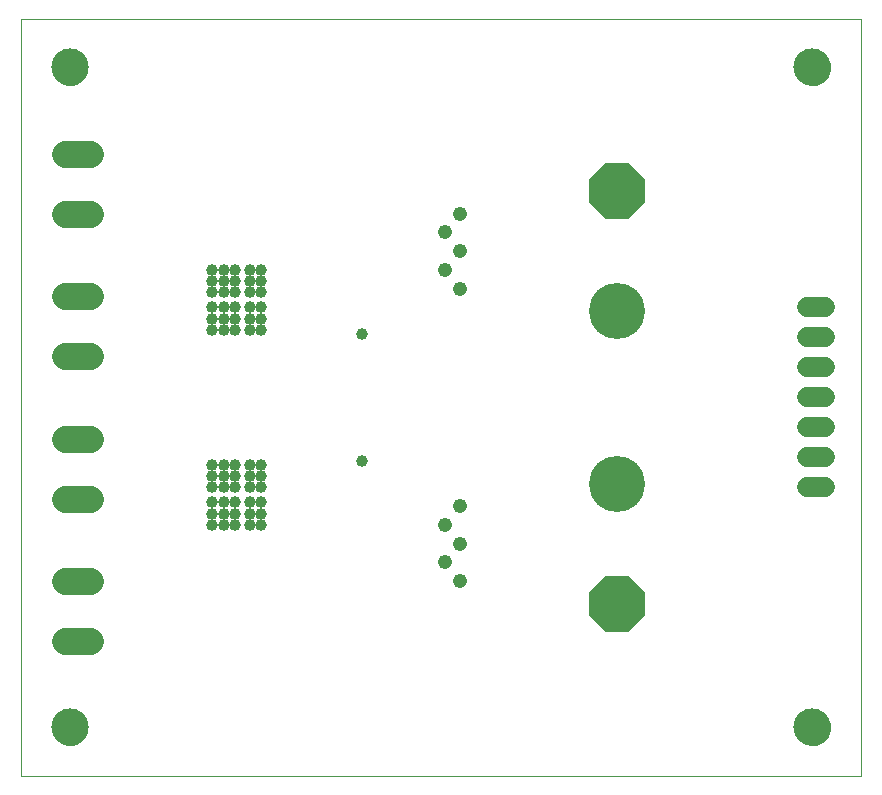
<source format=gbs>
G75*
G70*
%OFA0B0*%
%FSLAX24Y24*%
%IPPOS*%
%LPD*%
%AMOC8*
5,1,8,0,0,1.08239X$1,22.5*
%
%ADD10C,0.0000*%
%ADD11C,0.1241*%
%ADD12C,0.1870*%
%ADD13OC8,0.1870*%
%ADD14C,0.0885*%
%ADD15C,0.0651*%
%ADD16C,0.0476*%
%ADD17C,0.0397*%
D10*
X000180Y000180D02*
X000180Y025425D01*
X028172Y025425D01*
X028172Y000180D01*
X000180Y000180D01*
X001214Y001805D02*
X001216Y001853D01*
X001222Y001901D01*
X001232Y001948D01*
X001245Y001994D01*
X001263Y002039D01*
X001283Y002083D01*
X001308Y002125D01*
X001336Y002164D01*
X001366Y002201D01*
X001400Y002235D01*
X001437Y002267D01*
X001475Y002296D01*
X001516Y002321D01*
X001559Y002343D01*
X001604Y002361D01*
X001650Y002375D01*
X001697Y002386D01*
X001745Y002393D01*
X001793Y002396D01*
X001841Y002395D01*
X001889Y002390D01*
X001937Y002381D01*
X001983Y002369D01*
X002028Y002352D01*
X002072Y002332D01*
X002114Y002309D01*
X002154Y002282D01*
X002192Y002252D01*
X002227Y002219D01*
X002259Y002183D01*
X002289Y002145D01*
X002315Y002104D01*
X002337Y002061D01*
X002357Y002017D01*
X002372Y001972D01*
X002384Y001925D01*
X002392Y001877D01*
X002396Y001829D01*
X002396Y001781D01*
X002392Y001733D01*
X002384Y001685D01*
X002372Y001638D01*
X002357Y001593D01*
X002337Y001549D01*
X002315Y001506D01*
X002289Y001465D01*
X002259Y001427D01*
X002227Y001391D01*
X002192Y001358D01*
X002154Y001328D01*
X002114Y001301D01*
X002072Y001278D01*
X002028Y001258D01*
X001983Y001241D01*
X001937Y001229D01*
X001889Y001220D01*
X001841Y001215D01*
X001793Y001214D01*
X001745Y001217D01*
X001697Y001224D01*
X001650Y001235D01*
X001604Y001249D01*
X001559Y001267D01*
X001516Y001289D01*
X001475Y001314D01*
X001437Y001343D01*
X001400Y001375D01*
X001366Y001409D01*
X001336Y001446D01*
X001308Y001485D01*
X001283Y001527D01*
X001263Y001571D01*
X001245Y001616D01*
X001232Y001662D01*
X001222Y001709D01*
X001216Y001757D01*
X001214Y001805D01*
X001214Y023805D02*
X001216Y023853D01*
X001222Y023901D01*
X001232Y023948D01*
X001245Y023994D01*
X001263Y024039D01*
X001283Y024083D01*
X001308Y024125D01*
X001336Y024164D01*
X001366Y024201D01*
X001400Y024235D01*
X001437Y024267D01*
X001475Y024296D01*
X001516Y024321D01*
X001559Y024343D01*
X001604Y024361D01*
X001650Y024375D01*
X001697Y024386D01*
X001745Y024393D01*
X001793Y024396D01*
X001841Y024395D01*
X001889Y024390D01*
X001937Y024381D01*
X001983Y024369D01*
X002028Y024352D01*
X002072Y024332D01*
X002114Y024309D01*
X002154Y024282D01*
X002192Y024252D01*
X002227Y024219D01*
X002259Y024183D01*
X002289Y024145D01*
X002315Y024104D01*
X002337Y024061D01*
X002357Y024017D01*
X002372Y023972D01*
X002384Y023925D01*
X002392Y023877D01*
X002396Y023829D01*
X002396Y023781D01*
X002392Y023733D01*
X002384Y023685D01*
X002372Y023638D01*
X002357Y023593D01*
X002337Y023549D01*
X002315Y023506D01*
X002289Y023465D01*
X002259Y023427D01*
X002227Y023391D01*
X002192Y023358D01*
X002154Y023328D01*
X002114Y023301D01*
X002072Y023278D01*
X002028Y023258D01*
X001983Y023241D01*
X001937Y023229D01*
X001889Y023220D01*
X001841Y023215D01*
X001793Y023214D01*
X001745Y023217D01*
X001697Y023224D01*
X001650Y023235D01*
X001604Y023249D01*
X001559Y023267D01*
X001516Y023289D01*
X001475Y023314D01*
X001437Y023343D01*
X001400Y023375D01*
X001366Y023409D01*
X001336Y023446D01*
X001308Y023485D01*
X001283Y023527D01*
X001263Y023571D01*
X001245Y023616D01*
X001232Y023662D01*
X001222Y023709D01*
X001216Y023757D01*
X001214Y023805D01*
X025964Y023805D02*
X025966Y023853D01*
X025972Y023901D01*
X025982Y023948D01*
X025995Y023994D01*
X026013Y024039D01*
X026033Y024083D01*
X026058Y024125D01*
X026086Y024164D01*
X026116Y024201D01*
X026150Y024235D01*
X026187Y024267D01*
X026225Y024296D01*
X026266Y024321D01*
X026309Y024343D01*
X026354Y024361D01*
X026400Y024375D01*
X026447Y024386D01*
X026495Y024393D01*
X026543Y024396D01*
X026591Y024395D01*
X026639Y024390D01*
X026687Y024381D01*
X026733Y024369D01*
X026778Y024352D01*
X026822Y024332D01*
X026864Y024309D01*
X026904Y024282D01*
X026942Y024252D01*
X026977Y024219D01*
X027009Y024183D01*
X027039Y024145D01*
X027065Y024104D01*
X027087Y024061D01*
X027107Y024017D01*
X027122Y023972D01*
X027134Y023925D01*
X027142Y023877D01*
X027146Y023829D01*
X027146Y023781D01*
X027142Y023733D01*
X027134Y023685D01*
X027122Y023638D01*
X027107Y023593D01*
X027087Y023549D01*
X027065Y023506D01*
X027039Y023465D01*
X027009Y023427D01*
X026977Y023391D01*
X026942Y023358D01*
X026904Y023328D01*
X026864Y023301D01*
X026822Y023278D01*
X026778Y023258D01*
X026733Y023241D01*
X026687Y023229D01*
X026639Y023220D01*
X026591Y023215D01*
X026543Y023214D01*
X026495Y023217D01*
X026447Y023224D01*
X026400Y023235D01*
X026354Y023249D01*
X026309Y023267D01*
X026266Y023289D01*
X026225Y023314D01*
X026187Y023343D01*
X026150Y023375D01*
X026116Y023409D01*
X026086Y023446D01*
X026058Y023485D01*
X026033Y023527D01*
X026013Y023571D01*
X025995Y023616D01*
X025982Y023662D01*
X025972Y023709D01*
X025966Y023757D01*
X025964Y023805D01*
X025964Y001805D02*
X025966Y001853D01*
X025972Y001901D01*
X025982Y001948D01*
X025995Y001994D01*
X026013Y002039D01*
X026033Y002083D01*
X026058Y002125D01*
X026086Y002164D01*
X026116Y002201D01*
X026150Y002235D01*
X026187Y002267D01*
X026225Y002296D01*
X026266Y002321D01*
X026309Y002343D01*
X026354Y002361D01*
X026400Y002375D01*
X026447Y002386D01*
X026495Y002393D01*
X026543Y002396D01*
X026591Y002395D01*
X026639Y002390D01*
X026687Y002381D01*
X026733Y002369D01*
X026778Y002352D01*
X026822Y002332D01*
X026864Y002309D01*
X026904Y002282D01*
X026942Y002252D01*
X026977Y002219D01*
X027009Y002183D01*
X027039Y002145D01*
X027065Y002104D01*
X027087Y002061D01*
X027107Y002017D01*
X027122Y001972D01*
X027134Y001925D01*
X027142Y001877D01*
X027146Y001829D01*
X027146Y001781D01*
X027142Y001733D01*
X027134Y001685D01*
X027122Y001638D01*
X027107Y001593D01*
X027087Y001549D01*
X027065Y001506D01*
X027039Y001465D01*
X027009Y001427D01*
X026977Y001391D01*
X026942Y001358D01*
X026904Y001328D01*
X026864Y001301D01*
X026822Y001278D01*
X026778Y001258D01*
X026733Y001241D01*
X026687Y001229D01*
X026639Y001220D01*
X026591Y001215D01*
X026543Y001214D01*
X026495Y001217D01*
X026447Y001224D01*
X026400Y001235D01*
X026354Y001249D01*
X026309Y001267D01*
X026266Y001289D01*
X026225Y001314D01*
X026187Y001343D01*
X026150Y001375D01*
X026116Y001409D01*
X026086Y001446D01*
X026058Y001485D01*
X026033Y001527D01*
X026013Y001571D01*
X025995Y001616D01*
X025982Y001662D01*
X025972Y001709D01*
X025966Y001757D01*
X025964Y001805D01*
D11*
X026555Y001805D03*
X026555Y023805D03*
X001805Y023805D03*
X001805Y001805D03*
D12*
X020055Y009930D03*
X020055Y015680D03*
D13*
X020055Y019680D03*
X020055Y005930D03*
D14*
X002468Y006680D02*
X001643Y006680D01*
X001643Y004680D02*
X002468Y004680D01*
X002468Y009430D02*
X001643Y009430D01*
X001643Y011430D02*
X002468Y011430D01*
X002468Y014180D02*
X001643Y014180D01*
X001643Y016180D02*
X002468Y016180D01*
X002468Y018930D02*
X001643Y018930D01*
X001643Y020930D02*
X002468Y020930D01*
D15*
X026385Y015805D02*
X026975Y015805D01*
X026975Y014805D02*
X026385Y014805D01*
X026385Y013805D02*
X026975Y013805D01*
X026975Y012805D02*
X026385Y012805D01*
X026385Y011805D02*
X026975Y011805D01*
X026975Y010805D02*
X026385Y010805D01*
X026385Y009805D02*
X026975Y009805D01*
D16*
X014805Y009180D03*
X014305Y008555D03*
X014805Y007930D03*
X014305Y007305D03*
X014805Y006680D03*
X014805Y016430D03*
X014305Y017055D03*
X014805Y017680D03*
X014305Y018305D03*
X014805Y018930D03*
D17*
X011555Y014930D03*
X008180Y015055D03*
X008180Y015430D03*
X007805Y015430D03*
X007805Y015055D03*
X007305Y015055D03*
X007305Y015430D03*
X006930Y015430D03*
X006930Y015055D03*
X006555Y015055D03*
X006555Y015430D03*
X006555Y015805D03*
X006930Y015805D03*
X007305Y015805D03*
X007305Y016305D03*
X007305Y016680D03*
X006930Y016680D03*
X006930Y016305D03*
X006555Y016305D03*
X006555Y016680D03*
X006555Y017055D03*
X006930Y017055D03*
X007305Y017055D03*
X007805Y017055D03*
X008180Y017055D03*
X008180Y016680D03*
X008180Y016305D03*
X007805Y016305D03*
X007805Y016680D03*
X007805Y015805D03*
X008180Y015805D03*
X008180Y010555D03*
X007805Y010555D03*
X007805Y010180D03*
X007805Y009805D03*
X008180Y009805D03*
X008180Y010180D03*
X008180Y009305D03*
X007805Y009305D03*
X007805Y008930D03*
X007805Y008555D03*
X008180Y008555D03*
X008180Y008930D03*
X007305Y008930D03*
X007305Y008555D03*
X006930Y008555D03*
X006930Y008930D03*
X006930Y009305D03*
X007305Y009305D03*
X007305Y009805D03*
X007305Y010180D03*
X006930Y010180D03*
X006930Y009805D03*
X006555Y009805D03*
X006555Y010180D03*
X006555Y010555D03*
X006930Y010555D03*
X007305Y010555D03*
X006555Y009305D03*
X006555Y008930D03*
X006555Y008555D03*
X011555Y010680D03*
M02*

</source>
